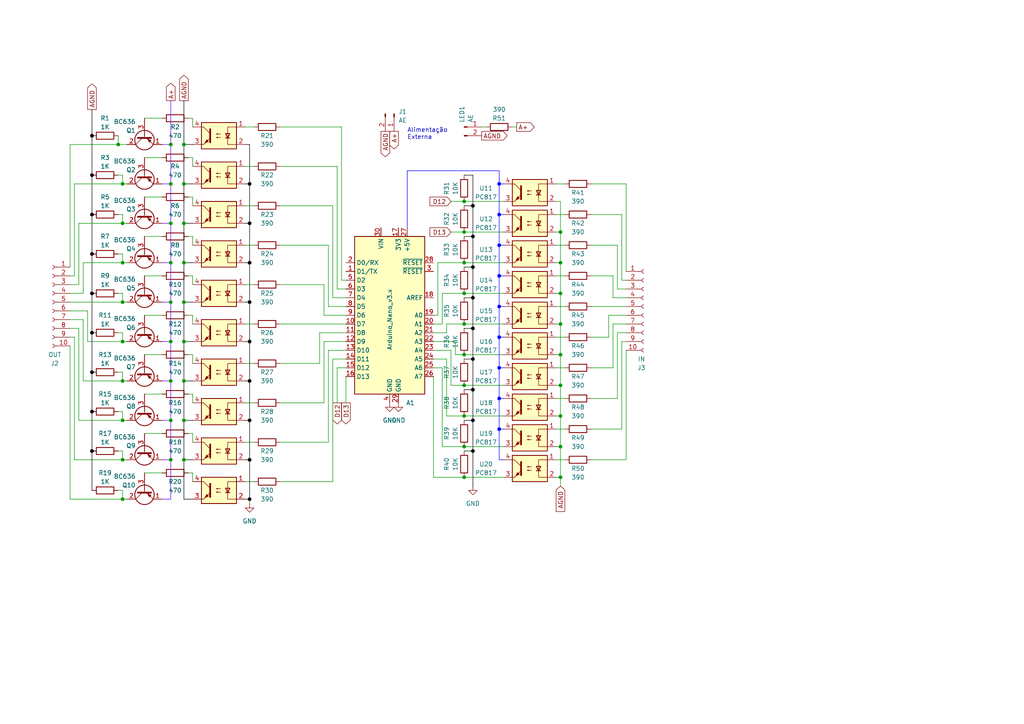
<source format=kicad_sch>
(kicad_sch (version 20250114) (generator "eeschema") (generator_version "9.0")
  (paper "A4")
  (text "Alimentação\nExterna" (at 118.11 40.64 0) (effects (font (size 1.27 1.27)) (justify left bottom)))
  (junction (at 137.16 113.03) (color 0 0 0 1))
  (junction (at 35.56 53.34))
  (junction (at 134.62 67.31))
  (junction (at 134.62 85.09))
  (junction (at 53.34 110.49))
  (junction (at 35.56 144.78))
  (junction (at 53.34 64.77))
  (junction (at 26.67 62.23) (color 0 0 0 1))
  (junction (at 72.39 133.35) (color 0 0 0 1))
  (junction (at 34.29 41.91))
  (junction (at 49.53 41.91))
  (junction (at 72.39 64.77) (color 0 0 0 1))
  (junction (at 134.62 120.65))
  (junction (at 26.67 107.95) (color 0 0 0 1))
  (junction (at 137.16 121.92) (color 0 0 0 1))
  (junction (at 26.67 39.37) (color 0 0 0 1))
  (junction (at 134.62 93.98))
  (junction (at 53.34 87.63))
  (junction (at 134.62 58.42))
  (junction (at 53.34 41.91))
  (junction (at 49.53 110.49))
  (junction (at 162.56 102.87))
  (junction (at 137.16 77.47) (color 0 0 0 1))
  (junction (at 144.78 97.79) (color 0 0 255 1))
  (junction (at 144.78 88.9) (color 0 0 255 1))
  (junction (at 49.53 121.92))
  (junction (at 137.16 130.81) (color 0 0 0 1))
  (junction (at 134.62 76.2))
  (junction (at 134.62 102.87))
  (junction (at 72.39 53.34) (color 0 0 0 1))
  (junction (at 162.56 85.09))
  (junction (at 26.67 96.52) (color 0 0 0 1))
  (junction (at 53.34 53.34))
  (junction (at 35.56 87.63))
  (junction (at 72.39 76.2) (color 0 0 0 1))
  (junction (at 134.62 129.54))
  (junction (at 162.56 120.65))
  (junction (at 144.78 115.57) (color 0 0 255 1))
  (junction (at 26.67 119.38) (color 0 0 0 1))
  (junction (at 137.16 104.14) (color 0 0 0 1))
  (junction (at 144.78 80.01) (color 0 0 255 1))
  (junction (at 26.67 130.81) (color 0 0 0 1))
  (junction (at 144.78 106.68) (color 0 0 255 1))
  (junction (at 49.53 133.35))
  (junction (at 162.56 76.2))
  (junction (at 35.56 64.77))
  (junction (at 53.34 121.92))
  (junction (at 49.53 53.34))
  (junction (at 35.56 110.49))
  (junction (at 72.39 99.06) (color 0 0 0 1))
  (junction (at 35.56 133.35))
  (junction (at 144.78 71.12) (color 0 0 255 1))
  (junction (at 26.67 73.66) (color 0 0 0 1))
  (junction (at 72.39 87.63) (color 0 0 0 1))
  (junction (at 144.78 124.46) (color 0 0 255 1))
  (junction (at 162.56 129.54))
  (junction (at 162.56 138.43))
  (junction (at 49.53 76.2))
  (junction (at 35.56 99.06))
  (junction (at 53.34 99.06))
  (junction (at 53.34 76.2))
  (junction (at 26.67 50.8) (color 0 0 0 1))
  (junction (at 134.62 111.76))
  (junction (at 26.67 85.09) (color 0 0 0 1))
  (junction (at 162.56 111.76))
  (junction (at 144.78 53.34) (color 0 0 255 1))
  (junction (at 72.39 144.78) (color 0 0 0 1))
  (junction (at 49.53 87.63))
  (junction (at 72.39 121.92) (color 0 0 0 1))
  (junction (at 144.78 62.23) (color 0 0 255 1))
  (junction (at 137.16 95.25) (color 0 0 0 1))
  (junction (at 35.56 121.92))
  (junction (at 162.56 67.31))
  (junction (at 137.16 68.58) (color 0 0 0 1))
  (junction (at 72.39 110.49) (color 0 0 0 1))
  (junction (at 162.56 93.98))
  (junction (at 49.53 99.06))
  (junction (at 49.53 64.77))
  (junction (at 137.16 86.36) (color 0 0 0 1))
  (junction (at 35.56 76.2))
  (junction (at 137.16 59.69) (color 0 0 0 1))
  (junction (at 134.62 138.43))
  (junction (at 53.34 133.35))
  (wire (pts (xy 53.34 144.78) (xy 55.88 144.78)) (stroke (width 0) (color 0 0 0 1)))
  (wire (pts (xy 46.99 76.2) (xy 49.53 76.2)) (stroke (width 0) (color 99 0 255 1)))
  (wire (pts (xy 134.62 104.14) (xy 137.16 104.14)) (stroke (width 0) (color 0 0 0 1)))
  (wire (pts (xy 144.78 124.46) (xy 144.78 115.57)) (stroke (width 0) (color 0 0 255 1)))
  (wire (pts (xy 161.29 138.43) (xy 162.56 138.43)))
  (wire (pts (xy 146.05 124.46) (xy 144.78 124.46)) (stroke (width 0) (color 0 0 255 1)))
  (wire (pts (xy 81.28 82.55) (xy 93.98 82.55)))
  (wire (pts (xy 46.99 80.01) (xy 41.91 80.01)))
  (wire (pts (xy 180.34 99.06) (xy 181.61 99.06)))
  (wire (pts (xy 72.39 144.78) (xy 72.39 133.35)) (stroke (width 0) (color 0 0 0 1)))
  (wire (pts (xy 146.05 97.79) (xy 144.78 97.79)) (stroke (width 0) (color 0 0 255 1)))
  (wire (pts (xy 34.29 96.52) (xy 35.56 96.52)))
  (wire (pts (xy 49.53 53.34) (xy 49.53 64.77)) (stroke (width 0) (color 99 0 255 1)))
  (wire (pts (xy 144.78 106.68) (xy 144.78 97.79)) (stroke (width 0) (color 0 0 255 1)))
  (wire (pts (xy 92.71 96.52) (xy 100.33 96.52)))
  (wire (pts (xy 171.45 106.68) (xy 177.8 106.68)))
  (wire (pts (xy 54.61 125.73) (xy 55.88 125.73)))
  (wire (pts (xy 20.32 97.79) (xy 21.59 97.79)))
  (wire (pts (xy 46.99 45.72) (xy 41.91 45.72)))
  (wire (pts (xy 71.12 76.2) (xy 72.39 76.2)) (stroke (width 0) (color 0 0 0 1)))
  (wire (pts (xy 20.32 100.33) (xy 20.32 144.78)))
  (wire (pts (xy 144.78 49.53) (xy 144.78 53.34)) (stroke (width 0) (color 0 0 255 1)))
  (wire (pts (xy 144.78 53.34) (xy 146.05 53.34)) (stroke (width 0) (color 0 0 255 1)))
  (wire (pts (xy 25.4 90.17) (xy 25.4 99.06)))
  (wire (pts (xy 35.56 142.24) (xy 35.56 144.78)))
  (wire (pts (xy 146.05 133.35) (xy 144.78 133.35)) (stroke (width 0) (color 0 0 255 1)))
  (wire (pts (xy 137.16 50.8) (xy 137.16 59.69)) (stroke (width 0) (color 0 0 0 1)))
  (wire (pts (xy 96.52 59.69) (xy 96.52 86.36)))
  (wire (pts (xy 21.59 97.79) (xy 21.59 133.35)))
  (wire (pts (xy 49.53 121.92) (xy 49.53 133.35)) (stroke (width 0) (color 99 0 255 1)))
  (wire (pts (xy 35.56 62.23) (xy 35.56 64.77)))
  (wire (pts (xy 20.32 85.09) (xy 24.13 85.09)))
  (wire (pts (xy 20.32 144.78) (xy 35.56 144.78)))
  (wire (pts (xy 35.56 99.06) (xy 36.83 99.06)))
  (wire (pts (xy 22.86 95.25) (xy 20.32 95.25)))
  (wire (pts (xy 162.56 138.43) (xy 162.56 140.97)))
  (wire (pts (xy 73.66 36.83) (xy 71.12 36.83)))
  (wire (pts (xy 46.99 102.87) (xy 41.91 102.87)))
  (wire (pts (xy 134.62 129.54) (xy 128.27 129.54)))
  (wire (pts (xy 49.53 64.77) (xy 49.53 76.2)) (stroke (width 0) (color 99 0 255 1)))
  (wire (pts (xy 81.28 105.41) (xy 92.71 105.41)))
  (wire (pts (xy 144.78 62.23) (xy 144.78 53.34)) (stroke (width 0) (color 0 0 255 1)))
  (wire (pts (xy 49.53 41.91) (xy 49.53 53.34)) (stroke (width 0) (color 99 0 255 1)))
  (wire (pts (xy 53.34 41.91) (xy 53.34 53.34)) (stroke (width 0) (color 0 0 0 1)))
  (wire (pts (xy 137.16 59.69) (xy 137.16 68.58)) (stroke (width 0) (color 0 0 0 1)))
  (wire (pts (xy 144.78 71.12) (xy 144.78 62.23)) (stroke (width 0) (color 0 0 255 1)))
  (wire (pts (xy 144.78 80.01) (xy 144.78 71.12)) (stroke (width 0) (color 0 0 255 1)))
  (wire (pts (xy 95.25 88.9) (xy 100.33 88.9)))
  (wire (pts (xy 163.83 124.46) (xy 161.29 124.46)))
  (wire (pts (xy 35.56 133.35) (xy 36.83 133.35)))
  (wire (pts (xy 26.67 73.66) (xy 26.67 85.09)) (stroke (width 0) (color 0 0 0 1)))
  (wire (pts (xy 146.05 76.2) (xy 134.62 76.2)))
  (wire (pts (xy 137.16 77.47) (xy 137.16 86.36)) (stroke (width 0) (color 0 0 0 1)))
  (wire (pts (xy 134.62 59.69) (xy 137.16 59.69)) (stroke (width 0) (color 0 0 0 1)))
  (wire (pts (xy 118.11 66.04) (xy 118.11 49.53)) (stroke (width 0) (color 0 0 255 1)))
  (wire (pts (xy 46.99 133.35) (xy 49.53 133.35)) (stroke (width 0) (color 99 0 255 1)))
  (wire (pts (xy 127 76.2) (xy 134.62 76.2)))
  (wire (pts (xy 171.45 115.57) (xy 179.07 115.57)))
  (wire (pts (xy 161.29 58.42) (xy 162.56 58.42)))
  (wire (pts (xy 73.66 71.12) (xy 71.12 71.12)))
  (wire (pts (xy 162.56 58.42) (xy 162.56 67.31)))
  (wire (pts (xy 134.62 86.36) (xy 137.16 86.36)) (stroke (width 0) (color 0 0 0 1)))
  (wire (pts (xy 46.99 121.92) (xy 49.53 121.92)) (stroke (width 0) (color 99 0 255 1)))
  (wire (pts (xy 53.34 121.92) (xy 53.34 133.35)) (stroke (width 0) (color 0 0 0 1)))
  (wire (pts (xy 177.8 86.36) (xy 181.61 86.36)))
  (wire (pts (xy 146.05 88.9) (xy 144.78 88.9)) (stroke (width 0) (color 0 0 255 1)))
  (wire (pts (xy 134.62 95.25) (xy 137.16 95.25)) (stroke (width 0) (color 0 0 0 1)))
  (wire (pts (xy 137.16 113.03) (xy 134.62 113.03)) (stroke (width 0) (color 0 0 0 1)))
  (wire (pts (xy 34.29 142.24) (xy 35.56 142.24)))
  (wire (pts (xy 134.62 50.8) (xy 137.16 50.8)) (stroke (width 0) (color 0 0 0 1)))
  (wire (pts (xy 146.05 80.01) (xy 144.78 80.01)) (stroke (width 0) (color 0 0 255 1)))
  (wire (pts (xy 134.62 130.81) (xy 137.16 130.81)) (stroke (width 0) (color 0 0 0 1)))
  (wire (pts (xy 99.06 81.28) (xy 99.06 36.83)))
  (wire (pts (xy 161.29 93.98) (xy 162.56 93.98)))
  (wire (pts (xy 93.98 99.06) (xy 100.33 99.06)))
  (wire (pts (xy 26.67 31.75) (xy 26.67 39.37)) (stroke (width 0) (color 0 0 0 1)))
  (wire (pts (xy 99.06 36.83) (xy 81.28 36.83)))
  (wire (pts (xy 71.12 121.92) (xy 72.39 121.92)) (stroke (width 0) (color 0 0 0 1)))
  (wire (pts (xy 181.61 53.34) (xy 181.61 78.74)))
  (wire (pts (xy 55.88 114.3) (xy 55.88 116.84)))
  (wire (pts (xy 26.67 119.38) (xy 26.67 130.81)) (stroke (width 0) (color 0 0 0 1)))
  (wire (pts (xy 163.83 106.68) (xy 161.29 106.68)))
  (wire (pts (xy 95.25 128.27) (xy 95.25 101.6)))
  (wire (pts (xy 72.39 87.63) (xy 72.39 99.06)) (stroke (width 0) (color 0 0 0 1)))
  (wire (pts (xy 132.08 99.06) (xy 125.73 99.06)))
  (wire (pts (xy 73.66 116.84) (xy 71.12 116.84)))
  (wire (pts (xy 53.34 133.35) (xy 53.34 144.78)) (stroke (width 0) (color 0 0 0 1)))
  (wire (pts (xy 93.98 82.55) (xy 93.98 91.44)))
  (wire (pts (xy 72.39 146.05) (xy 72.39 144.78)))
  (wire (pts (xy 163.83 133.35) (xy 161.29 133.35)))
  (wire (pts (xy 53.34 76.2) (xy 55.88 76.2)) (stroke (width 0) (color 0 0 0 1)))
  (wire (pts (xy 73.66 82.55) (xy 71.12 82.55)))
  (wire (pts (xy 22.86 64.77) (xy 35.56 64.77)))
  (wire (pts (xy 146.05 115.57) (xy 144.78 115.57)) (stroke (width 0) (color 0 0 255 1)))
  (wire (pts (xy 53.34 41.91) (xy 55.88 41.91)) (stroke (width 0) (color 0 0 0 1)))
  (wire (pts (xy 100.33 109.22) (xy 100.33 116.84)))
  (wire (pts (xy 163.83 62.23) (xy 161.29 62.23)))
  (wire (pts (xy 146.05 111.76) (xy 134.62 111.76)))
  (wire (pts (xy 95.25 101.6) (xy 100.33 101.6)))
  (wire (pts (xy 26.67 62.23) (xy 26.67 73.66)) (stroke (width 0) (color 0 0 0 1)))
  (wire (pts (xy 130.81 101.6) (xy 125.73 101.6)))
  (wire (pts (xy 49.53 87.63) (xy 49.53 99.06)) (stroke (width 0) (color 99 0 255 1)))
  (wire (pts (xy 163.83 80.01) (xy 161.29 80.01)))
  (wire (pts (xy 53.34 87.63) (xy 55.88 87.63)) (stroke (width 0) (color 0 0 0 1)))
  (wire (pts (xy 128.27 129.54) (xy 128.27 106.68)))
  (wire (pts (xy 55.88 91.44) (xy 55.88 93.98)))
  (wire (pts (xy 162.56 93.98) (xy 162.56 85.09)))
  (wire (pts (xy 24.13 110.49) (xy 35.56 110.49)))
  (wire (pts (xy 46.99 110.49) (xy 49.53 110.49)) (stroke (width 0) (color 99 0 255 1)))
  (wire (pts (xy 46.99 87.63) (xy 49.53 87.63)) (stroke (width 0) (color 99 0 255 1)))
  (wire (pts (xy 177.8 106.68) (xy 177.8 93.98)))
  (wire (pts (xy 171.45 124.46) (xy 180.34 124.46)))
  (wire (pts (xy 22.86 82.55) (xy 22.86 64.77)))
  (wire (pts (xy 176.53 97.79) (xy 176.53 91.44)))
  (wire (pts (xy 137.16 95.25) (xy 137.16 104.14)) (stroke (width 0) (color 0 0 0 1)))
  (wire (pts (xy 125.73 138.43) (xy 134.62 138.43)))
  (wire (pts (xy 171.45 80.01) (xy 177.8 80.01)))
  (wire (pts (xy 139.7 36.83) (xy 140.97 36.83)))
  (wire (pts (xy 128.27 106.68) (xy 125.73 106.68)))
  (wire (pts (xy 35.56 50.8) (xy 35.56 53.34)))
  (wire (pts (xy 55.88 57.15) (xy 55.88 59.69)))
  (wire (pts (xy 125.73 109.22) (xy 125.73 138.43)))
  (wire (pts (xy 162.56 111.76) (xy 162.56 102.87)))
  (wire (pts (xy 55.88 34.29) (xy 55.88 36.83)))
  (wire (pts (xy 81.28 128.27) (xy 95.25 128.27)))
  (wire (pts (xy 24.13 76.2) (xy 35.56 76.2)))
  (wire (pts (xy 81.28 48.26) (xy 97.79 48.26)))
  (wire (pts (xy 129.54 93.98) (xy 129.54 96.52)))
  (wire (pts (xy 49.53 29.21) (xy 49.53 41.91)) (stroke (width 0) (color 99 0 255 1)))
  (wire (pts (xy 34.29 130.81) (xy 35.56 130.81)))
  (wire (pts (xy 176.53 91.44) (xy 181.61 91.44)))
  (wire (pts (xy 137.16 104.14) (xy 137.16 113.03)) (stroke (width 0) (color 0 0 0 1)))
  (wire (pts (xy 34.29 85.09) (xy 35.56 85.09)))
  (wire (pts (xy 26.67 85.09) (xy 26.67 96.52)) (stroke (width 0) (color 0 0 0 1)))
  (wire (pts (xy 20.32 92.71) (xy 24.13 92.71)))
  (wire (pts (xy 93.98 91.44) (xy 100.33 91.44)))
  (wire (pts (xy 46.99 125.73) (xy 41.91 125.73)))
  (wire (pts (xy 96.52 86.36) (xy 100.33 86.36)))
  (wire (pts (xy 46.99 64.77) (xy 49.53 64.77)) (stroke (width 0) (color 99 0 255 1)))
  (wire (pts (xy 46.99 137.16) (xy 41.91 137.16)))
  (wire (pts (xy 96.52 104.14) (xy 100.33 104.14)))
  (wire (pts (xy 53.34 76.2) (xy 53.34 87.63)) (stroke (width 0) (color 0 0 0 1)))
  (wire (pts (xy 72.39 121.92) (xy 72.39 133.35)) (stroke (width 0) (color 0 0 0 1)))
  (wire (pts (xy 71.12 110.49) (xy 72.39 110.49)) (stroke (width 0) (color 0 0 0 1)))
  (wire (pts (xy 162.56 67.31) (xy 161.29 67.31)))
  (wire (pts (xy 179.07 71.12) (xy 179.07 83.82)))
  (wire (pts (xy 171.45 88.9) (xy 181.61 88.9)))
  (wire (pts (xy 53.34 110.49) (xy 53.34 121.92)) (stroke (width 0) (color 0 0 0 1)))
  (wire (pts (xy 81.28 116.84) (xy 93.98 116.84)))
  (wire (pts (xy 55.88 68.58) (xy 55.88 71.12)))
  (wire (pts (xy 35.56 73.66) (xy 35.56 76.2)))
  (wire (pts (xy 35.56 64.77) (xy 36.83 64.77)))
  (wire (pts (xy 129.54 104.14) (xy 125.73 104.14)))
  (wire (pts (xy 49.53 99.06) (xy 49.53 110.49)) (stroke (width 0) (color 99 0 255 1)))
  (wire (pts (xy 71.12 87.63) (xy 72.39 87.63)) (stroke (width 0) (color 0 0 0 1)))
  (wire (pts (xy 137.16 68.58) (xy 137.16 77.47)) (stroke (width 0) (color 0 0 0 1)))
  (wire (pts (xy 53.34 133.35) (xy 55.88 133.35)) (stroke (width 0) (color 0 0 0 1)))
  (wire (pts (xy 71.12 144.78) (xy 72.39 144.78)) (stroke (width 0) (color 0 0 0 1)))
  (wire (pts (xy 130.81 67.31) (xy 134.62 67.31)))
  (wire (pts (xy 146.05 85.09) (xy 134.62 85.09)))
  (wire (pts (xy 35.56 121.92) (xy 36.83 121.92)))
  (wire (pts (xy 81.28 93.98) (xy 100.33 93.98)))
  (wire (pts (xy 171.45 53.34) (xy 181.61 53.34)))
  (wire (pts (xy 72.39 64.77) (xy 72.39 53.34)) (stroke (width 0) (color 0 0 0 1)))
  (wire (pts (xy 26.67 50.8) (xy 26.67 62.23)) (stroke (width 0) (color 0 0 0 1)))
  (wire (pts (xy 53.34 87.63) (xy 53.34 99.06)) (stroke (width 0) (color 0 0 0 1)))
  (wire (pts (xy 34.29 39.37) (xy 34.29 41.91)))
  (wire (pts (xy 20.32 77.47) (xy 20.32 41.91)))
  (wire (pts (xy 162.56 102.87) (xy 162.56 93.98)))
  (wire (pts (xy 162.56 120.65) (xy 162.56 111.76)))
  (wire (pts (xy 54.61 57.15) (xy 55.88 57.15)))
  (wire (pts (xy 134.62 77.47) (xy 137.16 77.47)) (stroke (width 0) (color 0 0 0 1)))
  (wire (pts (xy 34.29 73.66) (xy 35.56 73.66)))
  (wire (pts (xy 146.05 106.68) (xy 144.78 106.68)) (stroke (width 0) (color 0 0 255 1)))
  (wire (pts (xy 161.29 102.87) (xy 162.56 102.87)))
  (wire (pts (xy 20.32 80.01) (xy 21.59 80.01)))
  (wire (pts (xy 54.61 68.58) (xy 55.88 68.58)))
  (wire (pts (xy 26.67 39.37) (xy 26.67 50.8)) (stroke (width 0) (color 0 0 0 1)))
  (wire (pts (xy 129.54 120.65) (xy 129.54 104.14)))
  (wire (pts (xy 134.62 120.65) (xy 129.54 120.65)))
  (wire (pts (xy 35.56 119.38) (xy 35.56 121.92)))
  (wire (pts (xy 55.88 102.87) (xy 55.88 105.41)))
  (wire (pts (xy 53.34 64.77) (xy 53.34 76.2)) (stroke (width 0) (color 0 0 0 1)))
  (wire (pts (xy 179.07 115.57) (xy 179.07 96.52)))
  (wire (pts (xy 97.79 48.26) (xy 97.79 83.82)))
  (wire (pts (xy 73.66 139.7) (xy 71.12 139.7)))
  (wire (pts (xy 53.34 29.21) (xy 53.34 41.91)) (stroke (width 0) (color 0 0 0 1)))
  (wire (pts (xy 53.34 99.06) (xy 53.34 110.49)) (stroke (width 0) (color 0 0 0 1)))
  (wire (pts (xy 129.54 96.52) (xy 125.73 96.52)))
  (wire (pts (xy 93.98 116.84) (xy 93.98 99.06)))
  (wire (pts (xy 71.12 53.34) (xy 72.39 53.34)) (stroke (width 0) (color 0 0 0 1)))
  (wire (pts (xy 161.29 76.2) (xy 162.56 76.2)))
  (wire (pts (xy 22.86 121.92) (xy 22.86 95.25)))
  (wire (pts (xy 55.88 80.01) (xy 55.88 82.55)))
  (wire (pts (xy 49.53 76.2) (xy 49.53 87.63)) (stroke (width 0) (color 99 0 255 1)))
  (wire (pts (xy 34.29 41.91) (xy 36.83 41.91)))
  (wire (pts (xy 49.53 133.35) (xy 49.53 144.78)) (stroke (width 0) (color 99 0 255 1)))
  (wire (pts (xy 20.32 87.63) (xy 35.56 87.63)))
  (wire (pts (xy 144.78 115.57) (xy 144.78 106.68)) (stroke (width 0) (color 0 0 255 1)))
  (wire (pts (xy 35.56 96.52) (xy 35.56 99.06)))
  (wire (pts (xy 21.59 80.01) (xy 21.59 53.34)))
  (wire (pts (xy 35.56 76.2) (xy 36.83 76.2)))
  (wire (pts (xy 96.52 139.7) (xy 96.52 104.14)))
  (wire (pts (xy 134.62 121.92) (xy 137.16 121.92)) (stroke (width 0) (color 0 0 0 1)))
  (wire (pts (xy 54.61 45.72) (xy 55.88 45.72)))
  (wire (pts (xy 73.66 59.69) (xy 71.12 59.69)))
  (wire (pts (xy 53.34 53.34) (xy 55.88 53.34)) (stroke (width 0) (color 0 0 0 1)))
  (wire (pts (xy 72.39 87.63) (xy 72.39 76.2)) (stroke (width 0) (color 0 0 0 1)))
  (wire (pts (xy 137.16 140.97) (xy 137.16 130.81)) (stroke (width 0) (color 0 0 0 1)))
  (wire (pts (xy 127 91.44) (xy 125.73 91.44)))
  (wire (pts (xy 146.05 120.65) (xy 134.62 120.65)))
  (wire (pts (xy 35.56 144.78) (xy 36.83 144.78)))
  (wire (pts (xy 132.08 102.87) (xy 134.62 102.87)))
  (wire (pts (xy 144.78 133.35) (xy 144.78 124.46)) (stroke (width 0) (color 0 0 255 1)))
  (wire (pts (xy 181.61 101.6) (xy 181.61 133.35)))
  (wire (pts (xy 72.39 53.34) (xy 72.39 41.91)) (stroke (width 0) (color 0 0 0 1)))
  (wire (pts (xy 97.79 106.68) (xy 97.79 116.84)))
  (wire (pts (xy 180.34 124.46) (xy 180.34 99.06)))
  (wire (pts (xy 35.56 107.95) (xy 35.56 110.49)))
  (wire (pts (xy 132.08 102.87) (xy 132.08 99.06)))
  (wire (pts (xy 137.16 86.36) (xy 137.16 95.25)) (stroke (width 0) (color 0 0 0 1)))
  (wire (pts (xy 54.61 137.16) (xy 55.88 137.16)))
  (wire (pts (xy 148.59 36.83) (xy 149.86 36.83)))
  (wire (pts (xy 162.56 76.2) (xy 162.56 67.31)))
  (wire (pts (xy 24.13 85.09) (xy 24.13 76.2)))
  (wire (pts (xy 55.88 45.72) (xy 55.88 48.26)))
  (wire (pts (xy 20.32 41.91) (xy 34.29 41.91)))
  (wire (pts (xy 146.05 129.54) (xy 134.62 129.54)))
  (wire (pts (xy 71.12 64.77) (xy 72.39 64.77)) (stroke (width 0) (color 0 0 0 1)))
  (wire (pts (xy 171.45 97.79) (xy 176.53 97.79)))
  (wire (pts (xy 161.29 120.65) (xy 162.56 120.65)))
  (wire (pts (xy 71.12 99.06) (xy 72.39 99.06)) (stroke (width 0) (color 0 0 0 1)))
  (wire (pts (xy 100.33 81.28) (xy 99.06 81.28)))
  (wire (pts (xy 55.88 125.73) (xy 55.88 128.27)))
  (wire (pts (xy 20.32 82.55) (xy 22.86 82.55)))
  (wire (pts (xy 130.81 58.42) (xy 134.62 58.42)))
  (wire (pts (xy 73.66 48.26) (xy 71.12 48.26)))
  (wire (pts (xy 73.66 105.41) (xy 71.12 105.41)))
  (wire (pts (xy 162.56 85.09) (xy 162.56 76.2)))
  (wire (pts (xy 137.16 121.92) (xy 137.16 113.03)) (stroke (width 0) (color 0 0 0 1)))
  (wire (pts (xy 177.8 93.98) (xy 181.61 93.98)))
  (wire (pts (xy 81.28 71.12) (xy 95.25 71.12)))
  (wire (pts (xy 46.99 57.15) (xy 41.91 57.15)))
  (wire (pts (xy 128.27 93.98) (xy 125.73 93.98)))
  (wire (pts (xy 128.27 85.09) (xy 134.62 85.09)))
  (wire (pts (xy 134.62 68.58) (xy 137.16 68.58)) (stroke (width 0) (color 0 0 0 1)))
  (wire (pts (xy 35.56 87.63) (xy 36.83 87.63)))
  (wire (pts (xy 72.39 110.49) (xy 72.39 121.92)) (stroke (width 0) (color 0 0 0 1)))
  (wire (pts (xy 146.05 102.87) (xy 134.62 102.87)))
  (wire (pts (xy 81.28 59.69) (xy 96.52 59.69)))
  (wire (pts (xy 35.56 130.81) (xy 35.56 133.35)))
  (wire (pts (xy 130.81 111.76) (xy 130.81 101.6)))
  (wire (pts (xy 137.16 130.81) (xy 137.16 121.92)) (stroke (width 0) (color 0 0 0 1)))
  (wire (pts (xy 161.29 129.54) (xy 162.56 129.54)))
  (wire (pts (xy 181.61 133.35) (xy 171.45 133.35)))
  (wire (pts (xy 46.99 99.06) (xy 49.53 99.06)) (stroke (width 0) (color 99 0 255 1)))
  (wire (pts (xy 134.62 111.76) (xy 130.81 111.76)))
  (wire (pts (xy 25.4 99.06) (xy 35.56 99.06)))
  (wire (pts (xy 81.28 139.7) (xy 96.52 139.7)))
  (wire (pts (xy 46.99 53.34) (xy 49.53 53.34)) (stroke (width 0) (color 99 0 255 1)))
  (wire (pts (xy 95.25 71.12) (xy 95.25 88.9)))
  (wire (pts (xy 146.05 58.42) (xy 134.62 58.42)))
  (wire (pts (xy 53.34 53.34) (xy 53.34 64.77)) (stroke (width 0) (color 0 0 0 1)))
  (wire (pts (xy 21.59 133.35) (xy 35.56 133.35)))
  (wire (pts (xy 35.56 110.49) (xy 36.83 110.49)))
  (wire (pts (xy 146.05 71.12) (xy 144.78 71.12)) (stroke (width 0) (color 0 0 255 1)))
  (wire (pts (xy 46.99 41.91) (xy 49.53 41.91)) (stroke (width 0) (color 99 0 255 1)))
  (wire (pts (xy 26.67 96.52) (xy 26.67 107.95)) (stroke (width 0) (color 0 0 0 1)))
  (wire (pts (xy 163.83 115.57) (xy 161.29 115.57)))
  (wire (pts (xy 54.61 114.3) (xy 55.88 114.3)))
  (wire (pts (xy 49.53 144.78) (xy 46.99 144.78)) (stroke (width 0) (color 68 0 255 1)))
  (wire (pts (xy 26.67 130.81) (xy 26.67 142.24)) (stroke (width 0) (color 0 0 0 1)))
  (wire (pts (xy 171.45 62.23) (xy 180.34 62.23)))
  (wire (pts (xy 46.99 68.58) (xy 41.91 68.58)))
  (wire (pts (xy 53.34 110.49) (xy 55.88 110.49)) (stroke (width 0) (color 0 0 0 1)))
  (wire (pts (xy 144.78 88.9) (xy 144.78 80.01)) (stroke (width 0) (color 0 0 255 1)))
  (wire (pts (xy 146.05 93.98) (xy 134.62 93.98)))
  (wire (pts (xy 72.39 41.91) (xy 71.12 41.91)) (stroke (width 0) (color 0 0 0 1)))
  (wire (pts (xy 92.71 105.41) (xy 92.71 96.52)))
  (wire (pts (xy 146.05 67.31) (xy 134.62 67.31)))
  (wire (pts (xy 161.29 85.09) (xy 162.56 85.09)))
  (wire (pts (xy 97.79 106.68) (xy 100.33 106.68)))
  (wire (pts (xy 46.99 34.29) (xy 41.91 34.29)))
  (wire (pts (xy 49.53 110.49) (xy 49.53 121.92)) (stroke (width 0) (color 99 0 255 1)))
  (wire (pts (xy 21.59 53.34) (xy 35.56 53.34)))
  (wire (pts (xy 22.86 121.92) (xy 35.56 121.92)))
  (wire (pts (xy 35.56 53.34) (xy 36.83 53.34)))
  (wire (pts (xy 129.54 93.98) (xy 134.62 93.98)))
  (wire (pts (xy 163.83 71.12) (xy 161.29 71.12)))
  (wire (pts (xy 171.45 71.12) (xy 179.07 71.12)))
  (wire (pts (xy 26.67 107.95) (xy 26.67 119.38)) (stroke (width 0) (color 0 0 0 1)))
  (wire (pts (xy 162.56 129.54) (xy 162.56 120.65)))
  (wire (pts (xy 53.34 64.77) (xy 55.88 64.77)) (stroke (width 0) (color 0 0 0 1)))
  (wire (pts (xy 54.61 102.87) (xy 55.88 102.87)))
  (wire (pts (xy 54.61 34.29) (xy 55.88 34.29)))
  (wire (pts (xy 163.83 88.9) (xy 161.29 88.9)))
  (wire (pts (xy 34.29 119.38) (xy 35.56 119.38)))
  (wire (pts (xy 53.34 99.06) (xy 55.88 99.06)) (stroke (width 0) (color 0 0 0 1)))
  (wire (pts (xy 146.05 138.43) (xy 134.62 138.43)))
  (wire (pts (xy 177.8 80.01) (xy 177.8 86.36)))
  (wire (pts (xy 179.07 96.52) (xy 181.61 96.52)))
  (wire (pts (xy 24.13 92.71) (xy 24.13 110.49)))
  (wire (pts (xy 35.56 85.09) (xy 35.56 87.63)))
  (wire (pts (xy 146.05 62.23) (xy 144.78 62.23)) (stroke (width 0) (color 0 0 255 1)))
  (wire (pts (xy 20.32 90.17) (xy 25.4 90.17)))
  (wire (pts (xy 162.56 138.43) (xy 162.56 129.54)))
  (wire (pts (xy 161.29 111.76) (xy 162.56 111.76)))
  (wire (pts (xy 127 76.2) (xy 127 91.44)))
  (wire (pts (xy 73.66 128.27) (xy 71.12 128.27)))
  (wire (pts (xy 179.07 83.82) (xy 181.61 83.82)))
  (wire (pts (xy 97.79 83.82) (xy 100.33 83.82)))
  (wire (pts (xy 72.39 76.2) (xy 72.39 64.77)) (stroke (width 0) (color 0 0 0 1)))
  (wire (pts (xy 73.66 93.98) (xy 71.12 93.98)))
  (wire (pts (xy 54.61 91.44) (xy 55.88 91.44)))
  (wire (pts (xy 72.39 99.06) (xy 72.39 110.49)) (stroke (width 0) (color 0 0 0 1)))
  (wire (pts (xy 180.34 62.23) (xy 180.34 81.28)))
  (wire (pts (xy 46.99 91.44) (xy 41.91 91.44)))
  (wire (pts (xy 34.29 107.95) (xy 35.56 107.95)))
  (wire (pts (xy 163.83 97.79) (xy 161.29 97.79)))
  (wire (pts (xy 34.29 50.8) (xy 35.56 50.8)))
  (wire (pts (xy 118.11 49.53) (xy 144.78 49.53)) (stroke (width 0) (color 0 0 255 1)))
  (wire (pts (xy 163.83 53.34) (xy 161.29 53.34)))
  (wire (pts (xy 55.88 137.16) (xy 55.88 139.7)))
  (wire (pts (xy 144.78 97.79) (xy 144.78 88.9)) (stroke (width 0) (color 0 0 255 1)))
  (wire (pts (xy 34.29 62.23) (xy 35.56 62.23)))
  (wire (pts (xy 128.27 85.09) (xy 128.27 93.98)))
  (wire (pts (xy 71.12 133.35) (xy 72.39 133.35)) (stroke (width 0) (color 0 0 0 1)))
  (wire (pts (xy 54.61 80.01) (xy 55.88 80.01)))
  (wire (pts (xy 46.99 114.3) (xy 41.91 114.3)))
  (wire (pts (xy 53.34 121.92) (xy 55.88 121.92)) (stroke (width 0) (color 0 0 0 1)))
  (wire (pts (xy 180.34 81.28) (xy 181.61 81.28)))
  (global_label "D12" (shape input) (at 130.81 58.42 180) (property "Intersheetrefs" "${INTERSHEET_REFS}" (effects (hide yes))))
  (global_label "D13" (shape input) (at 130.81 67.31 180) (property "Intersheetrefs" "${INTERSHEET_REFS}" (effects (hide yes))))
  (global_label "AGND" (shape output) (at 139.7 39.37 0) (property "Intersheetrefs" "${INTERSHEET_REFS}" (effects (hide yes))))
  (global_label "D12" (shape output) (at 97.79 116.84 270) (property "Intersheetrefs" "${INTERSHEET_REFS}" (effects (hide yes))))
  (global_label "A+" (shape output) (at 149.86 36.83 0) (property "Intersheetrefs" "${INTERSHEET_REFS}" (effects (hide yes))))
  (global_label "AGND" (shape output) (at 53.34 29.21 90) (property "Intersheetrefs" "${INTERSHEET_REFS}" (effects (hide yes))))
  (global_label "AGND" (shape output) (at 26.67 31.75 90) (property "Intersheetrefs" "${INTERSHEET_REFS}" (effects (hide yes))))
  (global_label "A+" (shape output) (at 114.3 38.1 270) (property "Intersheetrefs" "${INTERSHEET_REFS}" (effects (hide yes))))
  (global_label "AGND" (shape input) (at 162.56 140.97 270) (property "Intersheetrefs" "${INTERSHEET_REFS}" (effects (hide yes))))
  (global_label "A+" (shape output) (at 49.53 29.21 90) (property "Intersheetrefs" "${INTERSHEET_REFS}" (effects (hide yes))))
  (global_label "D13" (shape output) (at 100.33 116.84 270) (property "Intersheetrefs" "${INTERSHEET_REFS}" (effects (hide yes))))
  (global_label "AGND" (shape output) (at 111.76 38.1 270) (property "Intersheetrefs" "${INTERSHEET_REFS}" (effects (hide yes))))
  (symbol (lib_id "Device:R") (at 50.8 114.3 90) (unit 1)
    (property "Reference" "R16" (at 50.8 116.84 90))
    (property "Value" "470" (at 50.8 119.38 90))
    (property "Footprint" "Resistor_THT:R_Axial_DIN0204_L3.6mm_D1.6mm_P7.62mm_Horizontal" (effects (hide yes)))
  )
  (symbol (lib_id "Device:R") (at 50.8 91.44 90) (unit 1)
    (property "Reference" "R12" (at 50.8 93.98 90))
    (property "Value" "470" (at 50.8 96.52 90))
    (property "Footprint" "Resistor_THT:R_Axial_DIN0204_L3.6mm_D1.6mm_P7.62mm_Horizontal" (effects (hide yes)))
  )
  (symbol (lib_id "Device:R") (at 167.64 97.79 90) (unit 1)
    (property "Reference" "R46" (at 167.64 100.33 90))
    (property "Value" "390" (at 167.64 102.87 90))
    (property "Footprint" "Resistor_THT:R_Axial_DIN0204_L3.6mm_D1.6mm_P7.62mm_Horizontal" (effects (hide yes)))
  )
  (symbol (lib_id "Device:R") (at 30.48 142.24 90) (unit 1)
    (property "Reference" "R19" (at 30.48 137.16 90))
    (property "Value" "1K" (at 30.48 139.7 90))
    (property "Footprint" "Resistor_THT:R_Axial_DIN0204_L3.6mm_D1.6mm_P7.62mm_Horizontal" (effects (hide yes)))
  )
  (symbol (lib_id "Transistor_BJT:BC636") (at 41.91 130.81 90) (mirror x) (unit 1)
    (property "Reference" "Q9" (at 39.37 129.286 90) (effects (justify left)))
    (property "Value" "BC636" (at 39.37 126.746 90) (effects (justify left)))
    (property "Footprint" "Package_TO_SOT_THT:TO-92_Wide" (effects (hide yes)))
    (property "Datasheet" "https://www.onsemi.com/pub/Collateral/BC636-D.pdf" (effects (hide yes)))
    (property "Description" "1A Ic, 45V Vce, PNP Medium Power Transistor, TO-92" (effects (hide yes)))
  )
  (symbol (lib_id "Device:R") (at 30.48 62.23 90) (unit 1)
    (property "Reference" "R5" (at 30.48 57.15 90))
    (property "Value" "1K" (at 30.48 59.69 90))
    (property "Footprint" "Resistor_THT:R_Axial_DIN0204_L3.6mm_D1.6mm_P7.62mm_Horizontal" (effects (hide yes)))
  )
  (symbol (lib_id "Device:R") (at 167.64 88.9 90) (unit 1)
    (property "Reference" "R45" (at 167.64 91.44 90))
    (property "Value" "390" (at 167.64 93.98 90))
    (property "Footprint" "Resistor_THT:R_Axial_DIN0204_L3.6mm_D1.6mm_P7.62mm_Horizontal" (effects (hide yes)))
  )
  (symbol (lib_id "Isolator:PC817") (at 63.5 142.24 0) (mirror y) (unit 1)
    (property "Reference" "U10" (effects (hide yes)))
    (property "Value" "PC817" (effects (hide yes)))
    (property "Footprint" "Package_DIP:DIP-4_W7.62mm" (effects (hide yes)))
    (property "Datasheet" "http://www.soselectronic.cz/a_info/resource/d/pc817.pdf" (effects (hide yes)))
  )
  (symbol (lib_id "Device:R") (at 134.62 81.28 0) (unit 1)
    (property "Reference" "R34" (at 129.54 81.28 90))
    (property "Value" "10K" (at 132.08 81.28 90))
    (property "Footprint" "Resistor_THT:R_Axial_DIN0204_L3.6mm_D1.6mm_P7.62mm_Horizontal" (effects (hide yes)))
  )
  (symbol (lib_id "Device:R") (at 134.62 54.61 0) (unit 1)
    (property "Reference" "R31" (at 129.54 54.61 90))
    (property "Value" "10K" (at 132.08 54.61 90))
    (property "Footprint" "Resistor_THT:R_Axial_DIN0204_L3.6mm_D1.6mm_P7.62mm_Horizontal" (effects (hide yes)))
  )
  (symbol (lib_id "Isolator:PC817") (at 63.5 107.95 0) (mirror y) (unit 1)
    (property "Reference" "U7" (effects (hide yes)))
    (property "Value" "PC817" (effects (hide yes)))
    (property "Footprint" "Package_DIP:DIP-4_W7.62mm" (effects (hide yes)))
    (property "Datasheet" "http://www.soselectronic.cz/a_info/resource/d/pc817.pdf" (effects (hide yes)))
  )
  (symbol (lib_id "Device:R") (at 167.64 133.35 90) (unit 1)
    (property "Reference" "R50" (at 167.64 135.89 90))
    (property "Value" "390" (at 167.64 138.43 90))
    (property "Footprint" "Resistor_THT:R_Axial_DIN0204_L3.6mm_D1.6mm_P7.62mm_Horizontal" (effects (hide yes)))
  )
  (symbol (lib_id "Isolator:PC817") (at 153.67 135.89 0) (mirror y) (unit 1)
    (property "Reference" "U20" (at 140.97 134.62 0))
    (property "Value" "PC817" (at 140.97 137.16 0))
    (property "Footprint" "Package_DIP:DIP-4_W7.62mm" (effects (hide yes)))
    (property "Datasheet" "http://www.soselectronic.cz/a_info/resource/d/pc817.pdf" (effects (hide yes)))
  )
  (symbol (lib_id "Device:R") (at 167.64 80.01 90) (unit 1)
    (property "Reference" "R44" (at 167.64 82.55 90))
    (property "Value" "390" (at 167.64 85.09 90))
    (property "Footprint" "Resistor_THT:R_Axial_DIN0204_L3.6mm_D1.6mm_P7.62mm_Horizontal" (effects (hide yes)))
  )
  (symbol (lib_id "Device:R") (at 77.47 139.7 90) (unit 1)
    (property "Reference" "R30" (at 77.47 142.24 90))
    (property "Value" "390" (at 77.47 144.78 90))
    (property "Footprint" "Resistor_THT:R_Axial_DIN0204_L3.6mm_D1.6mm_P7.62mm_Horizontal" (effects (hide yes)))
  )
  (symbol (lib_id "Isolator:PC817") (at 63.5 96.52 0) (mirror y) (unit 1)
    (property "Reference" "U6" (effects (hide yes)))
    (property "Value" "PC817" (effects (hide yes)))
    (property "Footprint" "Package_DIP:DIP-4_W7.62mm" (effects (hide yes)))
    (property "Datasheet" "http://www.soselectronic.cz/a_info/resource/d/pc817.pdf" (effects (hide yes)))
  )
  (symbol (lib_id "Transistor_BJT:BC636") (at 41.91 142.24 90) (mirror x) (unit 1)
    (property "Reference" "Q10" (at 39.37 140.716 90) (effects (justify left)))
    (property "Value" "BC636" (at 39.37 138.176 90) (effects (justify left)))
    (property "Footprint" "Package_TO_SOT_THT:TO-92_Wide" (effects (hide yes)))
    (property "Datasheet" "https://www.onsemi.com/pub/Collateral/BC636-D.pdf" (effects (hide yes)))
    (property "Description" "1A Ic, 45V Vce, PNP Medium Power Transistor, TO-92" (effects (hide yes)))
  )
  (symbol (lib_id "Isolator:PC817") (at 153.67 100.33 0) (mirror y) (unit 1)
    (property "Reference" "U16" (at 140.97 99.06 0))
    (property "Value" "PC817" (at 140.97 101.6 0))
    (property "Footprint" "Package_DIP:DIP-4_W7.62mm" (effects (hide yes)))
    (property "Datasheet" "http://www.soselectronic.cz/a_info/resource/d/pc817.pdf" (effects (hide yes)))
  )
  (symbol (lib_id "Device:R") (at 167.64 53.34 90) (unit 1)
    (property "Reference" "R41" (at 167.64 55.88 90))
    (property "Value" "390" (at 167.64 58.42 90))
    (property "Footprint" "Resistor_THT:R_Axial_DIN0204_L3.6mm_D1.6mm_P7.62mm_Horizontal" (effects (hide yes)))
  )
  (symbol (lib_id "Device:R") (at 77.47 82.55 90) (unit 1)
    (property "Reference" "R25" (at 77.47 85.09 90))
    (property "Value" "390" (at 77.47 87.63 90))
    (property "Footprint" "Resistor_THT:R_Axial_DIN0204_L3.6mm_D1.6mm_P7.62mm_Horizontal" (effects (hide yes)))
  )
  (symbol (lib_id "Device:R") (at 134.62 125.73 0) (unit 1)
    (property "Reference" "R39" (at 129.54 125.73 90))
    (property "Value" "10K" (at 132.08 125.73 90))
    (property "Footprint" "Resistor_THT:R_Axial_DIN0204_L3.6mm_D1.6mm_P7.62mm_Horizontal" (effects (hide yes)))
  )
  (symbol (lib_id "Device:R") (at 30.48 85.09 90) (unit 1)
    (property "Reference" "R9" (at 30.48 80.01 90))
    (property "Value" "1K" (at 30.48 82.55 90))
    (property "Footprint" "Resistor_THT:R_Axial_DIN0204_L3.6mm_D1.6mm_P7.62mm_Horizontal" (effects (hide yes)))
  )
  (symbol (lib_id "Device:R") (at 50.8 68.58 90) (unit 1)
    (property "Reference" "R8" (at 50.8 71.12 90))
    (property "Value" "470" (at 50.8 73.66 90))
    (property "Footprint" "Resistor_THT:R_Axial_DIN0204_L3.6mm_D1.6mm_P7.62mm_Horizontal" (effects (hide yes)))
  )
  (symbol (lib_id "Isolator:PC817") (at 153.67 73.66 0) (mirror y) (unit 1)
    (property "Reference" "U13" (at 140.97 72.39 0))
    (property "Value" "PC817" (at 140.97 74.93 0))
    (property "Footprint" "Package_DIP:DIP-4_W7.62mm" (effects (hide yes)))
    (property "Datasheet" "http://www.soselectronic.cz/a_info/resource/d/pc817.pdf" (effects (hide yes)))
  )
  (symbol (lib_id "power:GND") (at 113.03 116.84 0) (unit 1)
    (property "Reference" "#PWR01" (effects (hide yes)))
    (property "Value" "GND" (at 113.03 121.92 0))
  )
  (symbol (lib_id "Isolator:PC817") (at 63.5 50.8 0) (mirror y) (unit 1)
    (property "Reference" "U2" (effects (hide yes)))
    (property "Value" "PC817" (effects (hide yes)))
    (property "Footprint" "Package_DIP:DIP-4_W7.62mm" (effects (hide yes)))
    (property "Datasheet" "http://www.soselectronic.cz/a_info/resource/d/pc817.pdf" (effects (hide yes)))
  )
  (symbol (lib_id "Device:R") (at 77.47 36.83 90) (unit 1)
    (property "Reference" "R21" (at 77.47 39.37 90))
    (property "Value" "390" (at 77.47 41.91 90))
    (property "Footprint" "Resistor_THT:R_Axial_DIN0204_L3.6mm_D1.6mm_P7.62mm_Horizontal" (effects (hide yes)))
  )
  (symbol (lib_id "Device:R") (at 30.48 107.95 90) (unit 1)
    (property "Reference" "R13" (at 30.48 102.87 90))
    (property "Value" "1K" (at 30.48 105.41 90))
    (property "Footprint" "Resistor_THT:R_Axial_DIN0204_L3.6mm_D1.6mm_P7.62mm_Horizontal" (effects (hide yes)))
  )
  (symbol (lib_id "Isolator:PC817") (at 63.5 62.23 0) (mirror y) (unit 1)
    (property "Reference" "U3" (effects (hide yes)))
    (property "Value" "PC817" (effects (hide yes)))
    (property "Footprint" "Package_DIP:DIP-4_W7.62mm" (effects (hide yes)))
    (property "Datasheet" "http://www.soselectronic.cz/a_info/resource/d/pc817.pdf" (effects (hide yes)))
  )
  (symbol (lib_id "Connector:Conn_01x10_Socket") (at 15.24 87.63 0) (mirror y) (unit 1)
    (property "Reference" "J2" (at 15.875 105.41 0))
    (property "Value" "OUT" (at 15.875 102.87 0))
    (property "Footprint" "Connector_PinSocket_2.54mm:PinSocket_1x10_P2.54mm_Vertical" (effects (hide yes)))
    (property "Description" "Generic connector, single row, 01x10, script generated" (effects (hide yes)))
  )
  (symbol (lib_id "Device:R") (at 50.8 34.29 90) (unit 1)
    (property "Reference" "R2" (at 50.8 36.83 90))
    (property "Value" "470" (at 50.8 39.37 90))
    (property "Footprint" "Resistor_THT:R_Axial_DIN0204_L3.6mm_D1.6mm_P7.62mm_Horizontal" (effects (hide yes)))
  )
  (symbol (lib_id "Device:R") (at 50.8 137.16 90) (unit 1)
    (property "Reference" "R20" (at 50.8 139.7 90))
    (property "Value" "470" (at 50.8 142.24 90))
    (property "Footprint" "Resistor_THT:R_Axial_DIN0204_L3.6mm_D1.6mm_P7.62mm_Horizontal" (effects (hide yes)))
  )
  (symbol (lib_id "Device:R") (at 77.47 105.41 90) (unit 1)
    (property "Reference" "R27" (at 77.47 107.95 90))
    (property "Value" "390" (at 77.47 110.49 90))
    (property "Footprint" "Resistor_THT:R_Axial_DIN0204_L3.6mm_D1.6mm_P7.62mm_Horizontal" (effects (hide yes)))
  )
  (symbol (lib_id "Transistor_BJT:BC636") (at 41.91 107.95 90) (mirror x) (unit 1)
    (property "Reference" "Q7" (at 39.37 106.426 90) (effects (justify left)))
    (property "Value" "BC636" (at 39.37 103.886 90) (effects (justify left)))
    (property "Footprint" "Package_TO_SOT_THT:TO-92_Wide" (effects (hide yes)))
    (property "Datasheet" "https://www.onsemi.com/pub/Collateral/BC636-D.pdf" (effects (hide yes)))
    (property "Description" "1A Ic, 45V Vce, PNP Medium Power Transistor, TO-92" (effects (hide yes)))
  )
  (symbol (lib_id "Device:R") (at 134.62 134.62 0) (unit 1)
    (property "Reference" "R40" (at 129.54 134.62 90))
    (property "Value" "10K" (at 132.08 134.62 90))
    (property "Footprint" "Resistor_THT:R_Axial_DIN0204_L3.6mm_D1.6mm_P7.62mm_Horizontal" (effects (hide yes)))
  )
  (symbol (lib_id "Isolator:PC817") (at 153.67 118.11 0) (mirror y) (unit 1)
    (property "Reference" "U18" (at 140.97 116.84 0))
    (property "Value" "PC817" (at 140.97 119.38 0))
    (property "Footprint" "Package_DIP:DIP-4_W7.62mm" (effects (hide yes)))
    (property "Datasheet" "http://www.soselectronic.cz/a_info/resource/d/pc817.pdf" (effects (hide yes)))
  )
  (symbol (lib_id "Isolator:PC817") (at 153.67 82.55 0) (mirror y) (unit 1)
    (property "Reference" "U14" (at 140.97 81.28 0))
    (property "Value" "PC817" (at 140.97 83.82 0))
    (property "Footprint" "Package_DIP:DIP-4_W7.62mm" (effects (hide yes)))
    (property "Datasheet" "http://www.soselectronic.cz/a_info/resource/d/pc817.pdf" (effects (hide yes)))
  )
  (symbol (lib_id "Isolator:PC817") (at 63.5 73.66 0) (mirror y) (unit 1)
    (property "Reference" "U4" (effects (hide yes)))
    (property "Value" "PC817" (effects (hide yes)))
    (property "Footprint" "Package_DIP:DIP-4_W7.62mm" (effects (hide yes)))
    (property "Datasheet" "http://www.soselectronic.cz/a_info/resource/d/pc817.pdf" (effects (hide yes)))
  )
  (symbol (lib_id "Device:R") (at 167.64 106.68 90) (unit 1)
    (property "Reference" "R47" (at 167.64 109.22 90))
    (property "Value" "390" (at 167.64 111.76 90))
    (property "Footprint" "Resistor_THT:R_Axial_DIN0204_L3.6mm_D1.6mm_P7.62mm_Horizontal" (effects (hide yes)))
  )
  (symbol (lib_id "Device:R") (at 30.48 130.81 90) (unit 1)
    (property "Reference" "R17" (at 30.48 125.73 90))
    (property "Value" "1K" (at 30.48 128.27 90))
    (property "Footprint" "Resistor_THT:R_Axial_DIN0204_L3.6mm_D1.6mm_P7.62mm_Horizontal" (effects (hide yes)))
  )
  (symbol (lib_id "power:GND") (at 72.39 146.05 0) (unit 1)
    (property "Reference" "#PWR03" (effects (hide yes)))
    (property "Value" "GND" (at 72.39 151.13 0))
  )
  (symbol (lib_id "Device:R") (at 50.8 125.73 90) (unit 1)
    (property "Reference" "R18" (at 50.8 128.27 90))
    (property "Value" "470" (at 50.8 130.81 90))
    (property "Footprint" "Resistor_THT:R_Axial_DIN0204_L3.6mm_D1.6mm_P7.62mm_Horizontal" (effects (hide yes)))
  )
  (symbol (lib_id "Transistor_BJT:BC636") (at 41.91 85.09 90) (mirror x) (unit 1)
    (property "Reference" "Q5" (at 39.37 83.566 90) (effects (justify left)))
    (property "Value" "BC636" (at 39.37 81.026 90) (effects (justify left)))
    (property "Footprint" "Package_TO_SOT_THT:TO-92_Wide" (effects (hide yes)))
    (property "Datasheet" "https://www.onsemi.com/pub/Collateral/BC636-D.pdf" (effects (hide yes)))
    (property "Description" "1A Ic, 45V Vce, PNP Medium Power Transistor, TO-92" (effects (hide yes)))
  )
  (symbol (lib_id "Isolator:PC817") (at 153.67 91.44 0) (mirror y) (unit 1)
    (property "Reference" "U15" (at 140.97 90.17 0))
    (property "Value" "PC817" (at 140.97 92.71 0))
    (property "Footprint" "Package_DIP:DIP-4_W7.62mm" (effects (hide yes)))
    (property "Datasheet" "http://www.soselectronic.cz/a_info/resource/d/pc817.pdf" (effects (hide yes)))
  )
  (symbol (lib_id "Device:R") (at 50.8 102.87 90) (unit 1)
    (property "Reference" "R14" (at 50.8 105.41 90))
    (property "Value" "470" (at 50.8 107.95 90))
    (property "Footprint" "Resistor_THT:R_Axial_DIN0204_L3.6mm_D1.6mm_P7.62mm_Horizontal" (effects (hide yes)))
  )
  (symbol (lib_id "Device:R") (at 134.62 107.95 0) (unit 1)
    (property "Reference" "R37" (at 129.54 107.95 90))
    (property "Value" "10K" (at 132.08 107.95 90))
    (property "Footprint" "Resistor_THT:R_Axial_DIN0204_L3.6mm_D1.6mm_P7.62mm_Horizontal" (effects (hide yes)))
  )
  (symbol (lib_id "Device:R") (at 77.47 48.26 90) (unit 1)
    (property "Reference" "R22" (at 77.47 50.8 90))
    (property "Value" "390" (at 77.47 53.34 90))
    (property "Footprint" "Resistor_THT:R_Axial_DIN0204_L3.6mm_D1.6mm_P7.62mm_Horizontal" (effects (hide yes)))
  )
  (symbol (lib_id "Device:R") (at 77.47 71.12 90) (unit 1)
    (property "Reference" "R24" (at 77.47 73.66 90))
    (property "Value" "390" (at 77.47 76.2 90))
    (property "Footprint" "Resistor_THT:R_Axial_DIN0204_L3.6mm_D1.6mm_P7.62mm_Horizontal" (effects (hide yes)))
  )
  (symbol (lib_id "Transistor_BJT:BC636") (at 41.91 96.52 90) (mirror x) (unit 1)
    (property "Reference" "Q6" (at 39.37 94.996 90) (effects (justify left)))
    (property "Value" "BC636" (at 39.37 92.456 90) (effects (justify left)))
    (property "Footprint" "Package_TO_SOT_THT:TO-92_Wide" (effects (hide yes)))
    (property "Datasheet" "https://www.onsemi.com/pub/Collateral/BC636-D.pdf" (effects (hide yes)))
    (property "Description" "1A Ic, 45V Vce, PNP Medium Power Transistor, TO-92" (effects (hide yes)))
  )
  (symbol (lib_id "Isolator:PC817") (at 63.5 39.37 0) (mirror y) (unit 1)
    (property "Reference" "U1" (effects (hide yes)))
    (property "Value" "PC817" (effects (hide yes)))
    (property "Footprint" "Package_DIP:DIP-4_W7.62mm" (effects (hide yes)))
    (property "Datasheet" "http://www.soselectronic.cz/a_info/resource/d/pc817.pdf" (effects (hide yes)))
  )
  (symbol (lib_id "Isolator:PC817") (at 63.5 119.38 0) (mirror y) (unit 1)
    (property "Reference" "U8" (effects (hide yes)))
    (property "Value" "PC817" (effects (hide yes)))
    (property "Footprint" "Package_DIP:DIP-4_W7.62mm" (effects (hide yes)))
    (property "Datasheet" "http://www.soselectronic.cz/a_info/resource/d/pc817.pdf" (effects (hide yes)))
  )
  (symbol (lib_id "Isolator:PC817") (at 63.5 130.81 0) (mirror y) (unit 1)
    (property "Reference" "U9" (effects (hide yes)))
    (property "Value" "PC817" (effects (hide yes)))
    (property "Footprint" "Package_DIP:DIP-4_W7.62mm" (effects (hide yes)))
    (property "Datasheet" "http://www.soselectronic.cz/a_info/resource/d/pc817.pdf" (effects (hide yes)))
  )
  (symbol (lib_id "Device:R") (at 50.8 45.72 90) (unit 1)
    (property "Reference" "R4" (at 50.8 48.26 90))
    (property "Value" "470" (at 50.8 50.8 90))
    (property "Footprint" "Resistor_THT:R_Axial_DIN0204_L3.6mm_D1.6mm_P7.62mm_Horizontal" (effects (hide yes)))
  )
  (symbol (lib_id "Device:R") (at 134.62 116.84 0) (unit 1)
    (property "Reference" "R38" (at 129.54 116.84 90))
    (property "Value" "10K" (at 132.08 116.84 90))
    (property "Footprint" "Resistor_THT:R_Axial_DIN0204_L3.6mm_D1.6mm_P7.62mm_Horizontal" (effects (hide yes)))
  )
  (symbol (lib_id "Device:R") (at 167.64 115.57 90) (unit 1)
    (property "Reference" "R48" (at 167.64 118.11 90))
    (property "Value" "390" (at 167.64 120.65 90))
    (property "Footprint" "Resistor_THT:R_Axial_DIN0204_L3.6mm_D1.6mm_P7.62mm_Horizontal" (effects (hide yes)))
  )
  (symbol (lib_id "Device:R") (at 30.48 39.37 90) (unit 1)
    (property "Reference" "R1" (at 30.48 34.29 90))
    (property "Value" "1K" (at 30.48 36.83 90))
    (property "Footprint" "Resistor_THT:R_Axial_DIN0204_L3.6mm_D1.6mm_P7.62mm_Horizontal" (effects (hide yes)))
  )
  (symbol (lib_id "Device:R") (at 50.8 57.15 90) (unit 1)
    (property "Reference" "R6" (at 50.8 59.69 90))
    (property "Value" "470" (at 50.8 62.23 90))
    (property "Footprint" "Resistor_THT:R_Axial_DIN0204_L3.6mm_D1.6mm_P7.62mm_Horizontal" (effects (hide yes)))
  )
  (symbol (lib_id "Device:R") (at 144.78 36.83 270) (unit 1)
    (property "Reference" "R51" (at 144.78 34.29 90))
    (property "Value" "390" (at 144.78 31.75 90))
    (property "Footprint" "Resistor_THT:R_Axial_DIN0204_L3.6mm_D1.6mm_P7.62mm_Horizontal" (effects (hide yes)))
  )
  (symbol (lib_id "Device:R") (at 77.47 128.27 90) (unit 1)
    (property "Reference" "R29" (at 77.47 130.81 90))
    (property "Value" "390" (at 77.47 133.35 90))
    (property "Footprint" "Resistor_THT:R_Axial_DIN0204_L3.6mm_D1.6mm_P7.62mm_Horizontal" (effects (hide yes)))
  )
  (symbol (lib_id "Device:R") (at 134.62 63.5 0) (unit 1)
    (property "Reference" "R32" (at 129.54 63.5 90))
    (property "Value" "10K" (at 132.08 63.5 90))
    (property "Footprint" "Resistor_THT:R_Axial_DIN0204_L3.6mm_D1.6mm_P7.62mm_Horizontal" (effects (hide yes)))
  )
  (symbol (lib_id "Device:R") (at 134.62 90.17 0) (unit 1)
    (property "Reference" "R35" (at 129.54 90.17 90))
    (property "Value" "10K" (at 132.08 90.17 90))
    (property "Footprint" "Resistor_THT:R_Axial_DIN0204_L3.6mm_D1.6mm_P7.62mm_Horizontal" (effects (hide yes)))
  )
  (symbol (lib_id "Transistor_BJT:BC636") (at 41.91 39.37 90) (mirror x) (unit 1)
    (property "Reference" "Q1" (at 39.37 37.846 90) (effects (justify left)))
    (property "Value" "BC636" (at 39.37 35.306 90) (effects (justify left)))
    (property "Footprint" "Package_TO_SOT_THT:TO-92_Wide" (effects (hide yes)))
    (property "Datasheet" "https://www.onsemi.com/pub/Collateral/BC636-D.pdf" (effects (hide yes)))
    (property "Description" "1A Ic, 45V Vce, PNP Medium Power Transistor, TO-92" (effects (hide yes)))
  )
  (symbol (lib_id "Device:R") (at 77.47 116.84 90) (unit 1)
    (property "Reference" "R28" (at 77.47 119.38 90))
    (property "Value" "390" (at 77.47 121.92 90))
    (property "Footprint" "Resistor_THT:R_Axial_DIN0204_L3.6mm_D1.6mm_P7.62mm_Horizontal" (effects (hide yes)))
  )
  (symbol (lib_id "MCU_Module:Arduino_Nano_v3.x") (at 113.03 91.44 0) (unit 1)
    (property "Reference" "A1" (at 117.7641 116.84 0) (effects (justify left)))
    (property "Value" "Arduino_Nano_v3.x" (at 113.03 101.6 90) (effects (justify left)))
    (property "Footprint" "Module:Arduino_Nano" (effects (hide yes)))
    (property "Datasheet" "http://www.mouser.com/pdfdocs/Gravitech_Arduino_Nano3_0.pdf" (effects (hide yes)))
  )
  (symbol (lib_id "Isolator:PC817") (at 153.67 64.77 0) (mirror y) (unit 1)
    (property "Reference" "U12" (at 140.97 63.5 0))
    (property "Value" "PC817" (at 140.97 66.04 0))
    (property "Footprint" "Package_DIP:DIP-4_W7.62mm" (effects (hide yes)))
    (property "Datasheet" "http://www.soselectronic.cz/a_info/resource/d/pc817.pdf" (effects (hide yes)))
  )
  (symbol (lib_id "Device:R") (at 30.48 73.66 90) (unit 1)
    (property "Reference" "R7" (at 30.48 68.58 90))
    (property "Value" "1K" (at 30.48 71.12 90))
    (property "Footprint" "Resistor_THT:R_Axial_DIN0204_L3.6mm_D1.6mm_P7.62mm_Horizontal" (effects (hide yes)))
  )
  (symbol (lib_id "Device:R") (at 77.47 93.98 90) (unit 1)
    (property "Reference" "R26" (at 77.47 96.52 90))
    (property "Value" "390" (at 77.47 99.06 90))
    (property "Footprint" "Resistor_THT:R_Axial_DIN0204_L3.6mm_D1.6mm_P7.62mm_Horizontal" (effects (hide yes)))
  )
  (symbol (lib_id "Device:R") (at 30.48 50.8 90) (unit 1)
    (property "Reference" "R3" (at 30.48 45.72 90))
    (property "Value" "1K" (at 30.48 48.26 90))
    (property "Footprint" "Resistor_THT:R_Axial_DIN0204_L3.6mm_D1.6mm_P7.62mm_Horizontal" (effects (hide yes)))
  )
  (symbol (lib_id "power:GND") (at 137.16 140.97 0) (unit 1)
    (property "Reference" "#PWR04" (effects (hide yes)))
    (property "Value" "GND" (at 137.16 146.05 0))
  )
  (symbol (lib_id "Isolator:PC817") (at 153.67 127 0) (mirror y) (unit 1)
    (property "Reference" "U19" (at 140.97 125.73 0))
    (property "Value" "PC817" (at 140.97 128.27 0))
    (property "Footprint" "Package_DIP:DIP-4_W7.62mm" (effects (hide yes)))
    (property "Datasheet" "http://www.soselectronic.cz/a_info/resource/d/pc817.pdf" (effects (hide yes)))
  )
  (symbol (lib_id "Isolator:PC817") (at 63.5 85.09 0) (mirror y) (unit 1)
    (property "Reference" "U5" (effects (hide yes)))
    (property "Value" "PC817" (effects (hide yes)))
    (property "Footprint" "Package_DIP:DIP-4_W7.62mm" (effects (hide yes)))
    (property "Datasheet" "http://www.soselectronic.cz/a_info/resource/d/pc817.pdf" (effects (hide yes)))
  )
  (symbol (lib_id "Device:R") (at 30.48 96.52 90) (unit 1)
    (property "Reference" "R11" (at 30.48 91.44 90))
    (property "Value" "1K" (at 30.48 93.98 90))
    (property "Footprint" "Resistor_THT:R_Axial_DIN0204_L3.6mm_D1.6mm_P7.62mm_Horizontal" (effects (hide yes)))
  )
  (symbol (lib_id "Transistor_BJT:BC636") (at 41.91 50.8 90) (mirror x) (unit 1)
    (property "Reference" "Q2" (at 39.37 49.276 90) (effects (justify left)))
    (property "Value" "BC636" (at 39.37 46.736 90) (effects (justify left)))
    (property "Footprint" "Package_TO_SOT_THT:TO-92_Wide" (effects (hide yes)))
    (property "Datasheet" "https://www.onsemi.com/pub/Collateral/BC636-D.pdf" (effects (hide yes)))
    (property "Description" "1A Ic, 45V Vce, PNP Medium Power Transistor, TO-92" (effects (hide yes)))
  )
  (symbol (lib_id "Device:R") (at 134.62 72.39 0) (unit 1)
    (property "Reference" "R33" (at 129.54 72.39 90))
    (property "Value" "10K" (at 132.08 72.39 90))
    (property "Footprint" "Resistor_THT:R_Axial_DIN0204_L3.6mm_D1.6mm_P7.62mm_Horizontal" (effects (hide yes)))
  )
  (symbol (lib_id "Device:R") (at 50.8 80.01 90) (unit 1)
    (property "Reference" "R10" (at 50.8 82.55 90))
    (property "Value" "470" (at 50.8 85.09 90))
    (property "Footprint" "Resistor_THT:R_Axial_DIN0204_L3.6mm_D1.6mm_P7.62mm_Horizontal" (effects (hide yes)))
  )
  (symbol (lib_id "Isolator:PC817") (at 153.67 109.22 0) (mirror y) (unit 1)
    (property "Reference" "U17" (at 140.97 107.95 0))
    (property "Value" "PC817" (at 140.97 110.49 0))
    (property "Footprint" "Package_DIP:DIP-4_W7.62mm" (effects (hide yes)))
    (property "Datasheet" "http://www.soselectronic.cz/a_info/resource/d/pc817.pdf" (effects (hide yes)))
  )
  (symbol (lib_id "Device:R") (at 134.62 99.06 0) (unit 1)
    (property "Reference" "R36" (at 129.54 99.06 90))
    (property "Value" "10K" (at 132.08 99.06 90))
    (property "Footprint" "Resistor_THT:R_Axial_DIN0204_L3.6mm_D1.6mm_P7.62mm_Horizontal" (effects (hide yes)))
  )
  (symbol (lib_id "Device:R") (at 167.64 71.12 90) (unit 1)
    (property "Reference" "R43" (at 167.64 73.66 90))
    (property "Value" "390" (at 167.64 76.2 90))
    (property "Footprint" "Resistor_THT:R_Axial_DIN0204_L3.6mm_D1.6mm_P7.62mm_Horizontal" (effects (hide yes)))
  )
  (symbol (lib_id "power:GND") (at 115.57 116.84 0) (unit 1)
    (property "Reference" "#PWR02" (effects (hide yes)))
    (property "Value" "GND" (at 115.57 121.92 0))
  )
  (symbol (lib_id "Device:R") (at 167.64 124.46 90) (unit 1)
    (property "Reference" "R49" (at 167.64 127 90))
    (property "Value" "390" (at 167.64 129.54 90))
    (property "Footprint" "Resistor_THT:R_Axial_DIN0204_L3.6mm_D1.6mm_P7.62mm_Horizontal" (effects (hide yes)))
  )
  (symbol (lib_id "Device:R") (at 77.47 59.69 90) (unit 1)
    (property "Reference" "R23" (at 77.47 62.23 90))
    (property "Value" "390" (at 77.47 64.77 90))
    (property "Footprint" "Resistor_THT:R_Axial_DIN0204_L3.6mm_D1.6mm_P7.62mm_Horizontal" (effects (hide yes)))
  )
  (symbol (lib_id "Connector:Conn_01x02_Pin") (at 114.3 33.02 270) (unit 1)
    (property "Reference" "J1" (at 115.57 32.385 90) (effects (justify left)))
    (property "Value" "AE" (at 115.57 34.925 90) (effects (justify left)))
    (property "Footprint" "Connector_PinHeader_2.54mm:PinHeader_1x02_P2.54mm_Vertical" (effects (hide yes)))
  )
  (symbol (lib_id "Isolator:PC817") (at 153.67 55.88 0) (mirror y) (unit 1)
    (property "Reference" "U11" (at 140.97 54.61 0))
    (property "Value" "PC817" (at 140.97 57.15 0))
    (property "Footprint" "Package_DIP:DIP-4_W7.62mm" (effects (hide yes)))
    (property "Datasheet" "http://www.soselectronic.cz/a_info/resource/d/pc817.pdf" (effects (hide yes)))
  )
  (symbol (lib_id "Device:R") (at 167.64 62.23 90) (unit 1)
    (property "Reference" "R42" (at 167.64 64.77 90))
    (property "Value" "390" (at 167.64 67.31 90))
    (property "Footprint" "Resistor_THT:R_Axial_DIN0204_L3.6mm_D1.6mm_P7.62mm_Horizontal" (effects (hide yes)))
  )
  (symbol (lib_id "Device:R") (at 30.48 119.38 90) (unit 1)
    (property "Reference" "R15" (at 30.48 114.3 90))
    (property "Value" "1K" (at 30.48 116.84 90))
    (property "Footprint" "Resistor_THT:R_Axial_DIN0204_L3.6mm_D1.6mm_P7.62mm_Horizontal" (effects (hide yes)))
  )
  (symbol (lib_id "Transistor_BJT:BC636") (at 41.91 62.23 90) (mirror x) (unit 1)
    (property "Reference" "Q3" (at 39.37 60.706 90) (effects (justify left)))
    (property "Value" "BC636" (at 39.37 58.166 90) (effects (justify left)))
    (property "Footprint" "Package_TO_SOT_THT:TO-92_Wide" (effects (hide yes)))
    (property "Datasheet" "https://www.onsemi.com/pub/Collateral/BC636-D.pdf" (effects (hide yes)))
    (property "Description" "1A Ic, 45V Vce, PNP Medium Power Transistor, TO-92" (effects (hide yes)))
  )
  (symbol (lib_id "Transistor_BJT:BC636") (at 41.91 73.66 90) (mirror x) (unit 1)
    (property "Reference" "Q4" (at 39.37 72.136 90) (effects (justify left)))
    (property "Value" "BC636" (at 39.37 69.596 90) (effects (justify left)))
    (property "Footprint" "Package_TO_SOT_THT:TO-92_Wide" (effects (hide yes)))
    (property "Datasheet" "https://www.onsemi.com/pub/Collateral/BC636-D.pdf" (effects (hide yes)))
    (property "Description" "1A Ic, 45V Vce, PNP Medium Power Transistor, TO-92" (effects (hide yes)))
  )
  (symbol (lib_id "Connector:Conn_01x10_Socket") (at 186.69 88.9 0) (unit 1)
    (property "Reference" "J3" (at 186.055 106.68 0))
    (property "Value" "IN" (at 186.055 104.14 0))
    (property "Footprint" "Connector_PinSocket_2.54mm:PinSocket_1x10_P2.54mm_Vertical" (effects (hide yes)))
    (property "Description" "Generic connector, single row, 01x10, script generated" (effects (hide yes)))
  )
  (symbol (lib_id "Transistor_BJT:BC636") (at 41.91 119.38 90) (mirror x) (unit 1)
    (property "Reference" "Q8" (at 39.37 117.856 90) (effects (justify left)))
    (property "Value" "BC636" (at 39.37 115.316 90) (effects (justify left)))
    (property "Footprint" "Package_TO_SOT_THT:TO-92_Wide" (effects (hide yes)))
    (property "Datasheet" "https://www.onsemi.com/pub/Collateral/BC636-D.pdf" (effects (hide yes)))
    (property "Description" "1A Ic, 45V Vce, PNP Medium Power Transistor, TO-92" (effects (hide yes)))
  )
  (symbol (lib_id "Connector:Conn_01x02_Pin") (at 134.62 36.83 0) (unit 1)
    (property "Reference" "LED1" (at 133.9849 35.56 90) (effects (justify left)))
    (property "Value" "AE" (at 136.5249 35.56 90) (effects (justify left)))
    (property "Footprint" "Connector_PinHeader_2.54mm:PinHeader_1x02_P2.54mm_Vertical" (effects (hide yes)))
  )
)
</source>
